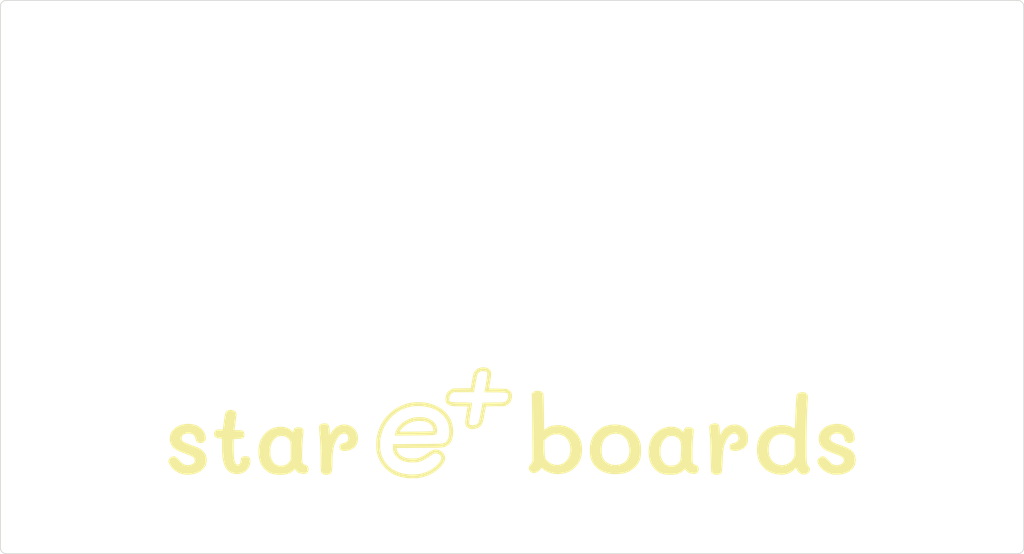
<source format=kicad_pcb>
(kicad_pcb (version 20171130) (host pcbnew 5.1.10-88a1d61d58~88~ubuntu18.04.1)

  (general
    (thickness 1.6)
    (drawings 8)
    (tracks 0)
    (zones 0)
    (modules 9)
    (nets 1)
  )

  (page A2)
  (layers
    (0 F.Cu signal)
    (31 B.Cu signal)
    (32 B.Adhes user)
    (33 F.Adhes user)
    (34 B.Paste user)
    (35 F.Paste user)
    (36 B.SilkS user)
    (37 F.SilkS user)
    (38 B.Mask user)
    (39 F.Mask user)
    (40 Dwgs.User user)
    (41 Cmts.User user)
    (42 Eco1.User user)
    (43 Eco2.User user)
    (44 Edge.Cuts user)
    (45 Margin user)
    (46 B.CrtYd user)
    (47 F.CrtYd user)
    (48 B.Fab user)
    (49 F.Fab user)
  )

  (setup
    (last_trace_width 0.25)
    (trace_clearance 0.2)
    (zone_clearance 0.25)
    (zone_45_only no)
    (trace_min 0.2)
    (via_size 0.8)
    (via_drill 0.4)
    (via_min_size 0.4)
    (via_min_drill 0.3)
    (uvia_size 0.3)
    (uvia_drill 0.1)
    (uvias_allowed no)
    (uvia_min_size 0.2)
    (uvia_min_drill 0.1)
    (edge_width 0.1)
    (segment_width 0.2)
    (pcb_text_width 0.3)
    (pcb_text_size 1.5 1.5)
    (mod_edge_width 0.15)
    (mod_text_size 1 1)
    (mod_text_width 0.15)
    (pad_size 1.5 1.5)
    (pad_drill 0.6)
    (pad_to_mask_clearance 0)
    (aux_axis_origin 0 0)
    (visible_elements FFFFFF7F)
    (pcbplotparams
      (layerselection 0x010fc_ffffffff)
      (usegerberextensions false)
      (usegerberattributes false)
      (usegerberadvancedattributes false)
      (creategerberjobfile false)
      (excludeedgelayer true)
      (linewidth 0.100000)
      (plotframeref false)
      (viasonmask false)
      (mode 1)
      (useauxorigin false)
      (hpglpennumber 1)
      (hpglpenspeed 20)
      (hpglpendiameter 15.000000)
      (psnegative false)
      (psa4output false)
      (plotreference true)
      (plotvalue true)
      (plotinvisibletext false)
      (padsonsilk false)
      (subtractmaskfromsilk false)
      (outputformat 1)
      (mirror false)
      (drillshape 0)
      (scaleselection 1)
      (outputdirectory "bottom/"))
  )

  (net 0 "")

  (net_class Default "This is the default net class."
    (clearance 0.2)
    (trace_width 0.25)
    (via_dia 0.8)
    (via_drill 0.4)
    (uvia_dia 0.3)
    (uvia_drill 0.1)
  )

  (module silkscreens:positron_bottom_logo (layer F.Cu) (tedit 0) (tstamp 60725029)
    (at 165.1 141.2875)
    (fp_text reference G*** (at 0 0) (layer F.SilkS) hide
      (effects (font (size 1.524 1.524) (thickness 0.3)))
    )
    (fp_text value LOGO (at 0.75 0) (layer F.SilkS) hide
      (effects (font (size 1.524 1.524) (thickness 0.3)))
    )
    (fp_poly (pts (xy -24.132488 -5.483231) (xy -23.454484 -5.43569) (xy -22.976924 -5.372467) (xy -22.041266 -5.160984)
      (xy -21.095092 -4.857492) (xy -20.182012 -4.480227) (xy -19.345636 -4.047424) (xy -18.629574 -3.577322)
      (xy -18.563739 -3.527002) (xy -17.727068 -2.774399) (xy -17.027192 -1.927517) (xy -16.469189 -0.998493)
      (xy -16.058135 0.000536) (xy -15.799109 1.057435) (xy -15.697188 2.160067) (xy -15.746761 3.206393)
      (xy -15.904074 4.073787) (xy -16.166495 4.810506) (xy -16.53725 5.421126) (xy -17.019566 5.910228)
      (xy -17.616669 6.28239) (xy -18.034 6.45236) (xy -18.142028 6.488193) (xy -18.249669 6.519262)
      (xy -18.369504 6.546008) (xy -18.514113 6.568873) (xy -18.69608 6.588298) (xy -18.927984 6.604725)
      (xy -19.222407 6.618594) (xy -19.591931 6.630349) (xy -20.049137 6.640429) (xy -20.606605 6.649277)
      (xy -21.276918 6.657334) (xy -22.072657 6.665042) (xy -23.006402 6.672842) (xy -24.090736 6.681175)
      (xy -24.680334 6.685583) (xy -30.776334 6.731) (xy -30.750448 7.027334) (xy -30.657768 7.418521)
      (xy -30.464043 7.846204) (xy -30.2037 8.24528) (xy -29.972519 8.49846) (xy -29.425177 8.89392)
      (xy -28.739684 9.221546) (xy -28.317384 9.366978) (xy -27.961734 9.440974) (xy -27.486273 9.492572)
      (xy -26.939122 9.521136) (xy -26.3684 9.52603) (xy -25.822227 9.506615) (xy -25.348721 9.462256)
      (xy -25.061334 9.410065) (xy -24.416063 9.189618) (xy -23.685666 8.826389) (xy -22.873357 8.322061)
      (xy -22.52608 8.081101) (xy -22.140682 7.819034) (xy -21.754045 7.578012) (xy -21.412336 7.38558)
      (xy -21.171413 7.272878) (xy -20.577824 7.134587) (xy -19.975293 7.149327) (xy -19.393741 7.305316)
      (xy -18.863088 7.590773) (xy -18.413253 7.993914) (xy -18.080544 8.49004) (xy -17.888952 9.04798)
      (xy -17.862975 9.622125) (xy -18.003081 10.213954) (xy -18.309738 10.824952) (xy -18.783415 11.456599)
      (xy -19.139318 11.837459) (xy -20.131415 12.716638) (xy -21.197203 13.445445) (xy -22.331408 14.021267)
      (xy -23.528758 14.44149) (xy -24.783979 14.703504) (xy -24.974446 14.728694) (xy -25.472036 14.771706)
      (xy -26.076486 14.796516) (xy -26.730954 14.803204) (xy -27.378598 14.79185) (xy -27.962576 14.762532)
      (xy -28.363334 14.723952) (xy -29.625662 14.483074) (xy -30.803169 14.102059) (xy -31.888435 13.587215)
      (xy -32.874039 12.944853) (xy -33.75256 12.181281) (xy -34.516576 11.30281) (xy -35.158667 10.315747)
      (xy -35.671411 9.226404) (xy -35.997741 8.233169) (xy -36.100764 7.722209) (xy -36.174737 7.090148)
      (xy -36.21843 6.382921) (xy -36.230612 5.64646) (xy -36.228986 5.589521) (xy -35.211122 5.589521)
      (xy -35.198096 6.356231) (xy -35.144012 7.093627) (xy -35.050624 7.749521) (xy -34.975543 8.085667)
      (xy -34.608693 9.149435) (xy -34.0991 10.126371) (xy -33.451512 11.00836) (xy -32.966197 11.519861)
      (xy -32.448583 11.98633) (xy -31.961952 12.355223) (xy -31.443212 12.669756) (xy -30.875674 12.951826)
      (xy -29.867349 13.334957) (xy -28.758455 13.606533) (xy -27.579226 13.762539) (xy -26.359894 13.798958)
      (xy -25.143779 13.713372) (xy -23.925685 13.485624) (xy -22.785723 13.107752) (xy -21.721583 12.578639)
      (xy -20.730957 11.897166) (xy -19.945345 11.19763) (xy -19.438864 10.638712) (xy -19.094091 10.127743)
      (xy -18.910767 9.663258) (xy -18.888638 9.243793) (xy -19.027447 8.867883) (xy -19.326936 8.534064)
      (xy -19.461254 8.432704) (xy -19.907426 8.213495) (xy -20.377891 8.143629) (xy -20.776907 8.209776)
      (xy -20.975497 8.301973) (xy -21.264494 8.469195) (xy -21.599127 8.684483) (xy -21.823945 8.840312)
      (xy -22.634074 9.391753) (xy -23.367171 9.823833) (xy -24.05498 10.146969) (xy -24.729243 10.371577)
      (xy -25.421705 10.508072) (xy -26.164107 10.566871) (xy -26.988193 10.55839) (xy -27.051 10.555486)
      (xy -27.998397 10.465632) (xy -28.818114 10.28885) (xy -29.532521 10.016694) (xy -30.163983 9.640722)
      (xy -30.714853 9.172367) (xy -31.226952 8.560721) (xy -31.578345 7.895842) (xy -31.76941 7.176696)
      (xy -31.800529 6.402251) (xy -31.788741 6.252393) (xy -31.734467 5.689119) (xy -25.244067 5.65218)
      (xy -23.998219 5.645039) (xy -22.909975 5.63821) (xy -21.967612 5.630901) (xy -21.159403 5.622317)
      (xy -20.473624 5.611666) (xy -19.89855 5.598154) (xy -19.422455 5.580989) (xy -19.033616 5.559376)
      (xy -18.720307 5.532523) (xy -18.470802 5.499637) (xy -18.273377 5.459924) (xy -18.116308 5.41259)
      (xy -17.987868 5.356844) (xy -17.876334 5.291891) (xy -17.769979 5.216939) (xy -17.66818 5.139652)
      (xy -17.398341 4.859392) (xy -17.147064 4.465361) (xy -16.94538 4.012662) (xy -16.849181 3.685292)
      (xy -16.793979 3.304114) (xy -16.765313 2.809533) (xy -16.762482 2.255274) (xy -16.784788 1.695063)
      (xy -16.831528 1.182626) (xy -16.886229 0.842289) (xy -17.162815 -0.081753) (xy -17.587161 -0.938267)
      (xy -18.148728 -1.719861) (xy -18.836981 -2.41914) (xy -19.641382 -3.028712) (xy -20.551394 -3.541182)
      (xy -21.556479 -3.949157) (xy -22.646101 -4.245242) (xy -23.809722 -4.422045) (xy -24.449553 -4.464735)
      (xy -25.742687 -4.456203) (xy -26.937327 -4.32357) (xy -28.056441 -4.060724) (xy -29.122997 -3.661551)
      (xy -30.15996 -3.119938) (xy -30.639468 -2.817215) (xy -31.677667 -2.02659) (xy -32.599603 -1.118382)
      (xy -33.397145 -0.10532) (xy -34.062163 0.999871) (xy -34.586528 2.184461) (xy -34.96211 3.435724)
      (xy -35.10698 4.176908) (xy -35.181335 4.845684) (xy -35.211122 5.589521) (xy -36.228986 5.589521)
      (xy -36.210052 4.926697) (xy -36.155517 4.269567) (xy -36.112235 3.961279) (xy -35.800115 2.597449)
      (xy -35.326653 1.278557) (xy -34.696588 0.016513) (xy -34.267066 -0.676042) (xy -33.973601 -1.068548)
      (xy -33.581066 -1.526348) (xy -33.12362 -2.015295) (xy -32.635423 -2.501241) (xy -32.150634 -2.95004)
      (xy -31.703413 -3.327546) (xy -31.369 -3.57304) (xy -30.164142 -4.28169) (xy -28.94449 -4.826268)
      (xy -27.697069 -5.212024) (xy -26.930248 -5.369368) (xy -26.329324 -5.44335) (xy -25.625597 -5.487018)
      (xy -24.874755 -5.500326) (xy -24.132488 -5.483231)) (layer F.SilkS) (width 0.01))
    (fp_poly (pts (xy -85.497802 0.334573) (xy -84.649973 0.522941) (xy -83.916689 0.812019) (xy -83.280199 1.202672)
      (xy -82.732129 1.69264) (xy -82.286943 2.257946) (xy -81.959102 2.874608) (xy -81.763069 3.518649)
      (xy -81.713304 4.16609) (xy -81.738134 4.424276) (xy -81.873544 4.803202) (xy -82.137408 5.101789)
      (xy -82.502746 5.306884) (xy -82.942577 5.405335) (xy -83.429921 5.383989) (xy -83.620753 5.342055)
      (xy -83.89696 5.238607) (xy -84.098784 5.079119) (xy -84.252734 4.829568) (xy -84.385319 4.455929)
      (xy -84.426772 4.307554) (xy -84.573285 3.843356) (xy -84.74033 3.509231) (xy -84.955482 3.266064)
      (xy -85.246313 3.07474) (xy -85.323425 3.035607) (xy -85.768573 2.887583) (xy -86.280175 2.826096)
      (xy -86.797514 2.850753) (xy -87.259869 2.961163) (xy -87.453167 3.049366) (xy -87.835696 3.316433)
      (xy -88.06852 3.614994) (xy -88.171256 3.974722) (xy -88.180334 4.149316) (xy -88.158472 4.401308)
      (xy -88.082911 4.624378) (xy -87.93869 4.828508) (xy -87.710846 5.023677) (xy -87.384416 5.219863)
      (xy -86.944438 5.427046) (xy -86.37595 5.655206) (xy -85.663991 5.914322) (xy -85.39105 6.009698)
      (xy -84.615489 6.290252) (xy -83.981347 6.547513) (xy -83.464466 6.79367) (xy -83.04069 7.040912)
      (xy -82.685863 7.301428) (xy -82.493033 7.471995) (xy -82.014156 8.03689) (xy -81.67818 8.680769)
      (xy -81.490592 9.383663) (xy -81.456883 10.125601) (xy -81.568795 10.834517) (xy -81.830876 11.526235)
      (xy -82.236522 12.142364) (xy -82.774296 12.675485) (xy -83.432759 13.118179) (xy -84.200471 13.463026)
      (xy -85.065993 13.702608) (xy -86.017887 13.829505) (xy -86.202739 13.840046) (xy -86.623836 13.847937)
      (xy -87.047308 13.837243) (xy -87.398973 13.810335) (xy -87.481304 13.799152) (xy -88.296271 13.601362)
      (xy -89.092353 13.279033) (xy -89.828397 12.853984) (xy -90.46325 12.348038) (xy -90.721534 12.08106)
      (xy -90.980951 11.74732) (xy -91.229426 11.359985) (xy -91.444788 10.961438) (xy -91.604865 10.594063)
      (xy -91.687486 10.300242) (xy -91.694 10.222118) (xy -91.616701 9.879579) (xy -91.405498 9.543899)
      (xy -91.091438 9.260225) (xy -90.988132 9.1956) (xy -90.616948 9.008858) (xy -90.300455 8.918991)
      (xy -90.011783 8.934745) (xy -89.724064 9.064866) (xy -89.410428 9.318099) (xy -89.044005 9.703192)
      (xy -88.892277 9.877798) (xy -88.440817 10.3763) (xy -88.042616 10.745851) (xy -87.670264 11.006384)
      (xy -87.29635 11.177831) (xy -86.98879 11.261956) (xy -86.513625 11.305148) (xy -86.021308 11.255385)
      (xy -85.552505 11.125812) (xy -85.147883 10.929572) (xy -84.848106 10.679807) (xy -84.749916 10.538351)
      (xy -84.651523 10.211843) (xy -84.653231 9.84415) (xy -84.750797 9.512991) (xy -84.811285 9.414016)
      (xy -84.998335 9.234911) (xy -85.311433 9.034889) (xy -85.759481 8.809606) (xy -86.351383 8.554719)
      (xy -87.096041 8.265887) (xy -87.377854 8.162005) (xy -88.117141 7.884549) (xy -88.717954 7.639505)
      (xy -89.205078 7.414344) (xy -89.603301 7.196535) (xy -89.937408 6.973548) (xy -90.232184 6.732853)
      (xy -90.266824 6.701515) (xy -90.742634 6.178088) (xy -91.069886 5.601183) (xy -91.268492 4.934418)
      (xy -91.285864 4.839452) (xy -91.339327 4.05944) (xy -91.228648 3.316544) (xy -90.956584 2.619277)
      (xy -90.525893 1.976149) (xy -90.265984 1.691531) (xy -89.647862 1.188482) (xy -88.922143 0.791069)
      (xy -88.116554 0.503131) (xy -87.258817 0.328508) (xy -86.376659 0.271042) (xy -85.497802 0.334573)) (layer F.SilkS) (width 0.01))
    (fp_poly (pts (xy -60.957699 1.083159) (xy -60.19176 1.25675) (xy -59.4977 1.553969) (xy -58.897216 1.973205)
      (xy -58.796198 2.065846) (xy -58.588584 2.262655) (xy -58.436638 2.402689) (xy -58.373668 2.455334)
      (xy -58.353767 2.380471) (xy -58.322905 2.192528) (xy -58.310426 2.103406) (xy -58.181529 1.719831)
      (xy -58.001897 1.490153) (xy -57.853005 1.355494) (xy -57.705431 1.274085) (xy -57.507662 1.229614)
      (xy -57.208189 1.205771) (xy -57.085452 1.199965) (xy -56.734273 1.191215) (xy -56.497046 1.20907)
      (xy -56.319223 1.263335) (xy -56.146258 1.363816) (xy -56.136178 1.370623) (xy -55.936856 1.514985)
      (xy -55.794074 1.655514) (xy -55.702262 1.820262) (xy -55.655851 2.037285) (xy -55.649272 2.334636)
      (xy -55.676956 2.740368) (xy -55.733332 3.282536) (xy -55.741714 3.35767) (xy -55.809797 4.051457)
      (xy -55.869836 4.829681) (xy -55.920644 5.659602) (xy -55.96103 6.508479) (xy -55.989808 7.34357)
      (xy -56.005789 8.132136) (xy -56.007784 8.841435) (xy -55.994605 9.438727) (xy -55.974918 9.782747)
      (xy -55.929745 10.266205) (xy -55.872771 10.61079) (xy -55.786837 10.846875) (xy -55.654785 11.004836)
      (xy -55.459457 11.115046) (xy -55.183695 11.207881) (xy -55.167152 11.212709) (xy -54.760131 11.378349)
      (xy -54.493454 11.610827) (xy -54.342999 11.936663) (xy -54.301092 12.164918) (xy -54.2929 12.535903)
      (xy -54.381209 12.876139) (xy -54.423108 12.976357) (xy -54.597134 13.283161) (xy -54.817499 13.483082)
      (xy -55.116084 13.590561) (xy -55.524768 13.620036) (xy -55.816865 13.607629) (xy -56.501579 13.499555)
      (xy -57.062881 13.277013) (xy -57.503165 12.938881) (xy -57.670584 12.737471) (xy -57.9396 12.362873)
      (xy -58.376513 12.776087) (xy -58.886539 13.18726) (xy -59.448804 13.495306) (xy -60.087413 13.707784)
      (xy -60.826467 13.832254) (xy -61.69007 13.876274) (xy -61.883711 13.876057) (xy -62.331842 13.866494)
      (xy -62.755007 13.84741) (xy -63.104405 13.82161) (xy -63.324852 13.793185) (xy -64.248386 13.534542)
      (xy -65.069069 13.144232) (xy -65.783561 12.627596) (xy -66.38852 11.989976) (xy -66.880607 11.236713)
      (xy -67.25648 10.373149) (xy -67.512799 9.404625) (xy -67.646223 8.336484) (xy -67.65228 7.35697)
      (xy -64.507117 7.35697) (xy -64.494695 7.870637) (xy -64.454063 8.521471) (xy -64.379054 9.048666)
      (xy -64.257335 9.496475) (xy -64.076574 9.909153) (xy -63.824439 10.330951) (xy -63.798005 10.370605)
      (xy -63.555848 10.6935) (xy -63.306305 10.923406) (xy -62.977965 11.124097) (xy -62.921103 11.153772)
      (xy -62.622455 11.297172) (xy -62.374091 11.380411) (xy -62.105816 11.419257) (xy -61.747431 11.429477)
      (xy -61.693436 11.429528) (xy -61.32116 11.418502) (xy -60.973315 11.389812) (xy -60.71727 11.349304)
      (xy -60.690988 11.342581) (xy -60.155321 11.109329) (xy -59.693514 10.740839) (xy -59.341945 10.267008)
      (xy -59.310905 10.208446) (xy -59.055 9.706559) (xy -59.055 7.45678) (xy -59.055518 6.779222)
      (xy -59.058181 6.248514) (xy -59.064655 5.842173) (xy -59.076607 5.537717) (xy -59.095702 5.312663)
      (xy -59.123608 5.144528) (xy -59.161989 5.010829) (xy -59.212513 4.889084) (xy -59.251252 4.808554)
      (xy -59.580827 4.324663) (xy -60.043713 3.921034) (xy -60.447699 3.692653) (xy -60.883646 3.561236)
      (xy -61.401034 3.510128) (xy -61.932622 3.538604) (xy -62.411167 3.645934) (xy -62.583108 3.715771)
      (xy -63.102329 4.056239) (xy -63.566822 4.53932) (xy -63.960833 5.142841) (xy -64.268611 5.844629)
      (xy -64.396353 6.268087) (xy -64.461491 6.583573) (xy -64.497467 6.931122) (xy -64.507117 7.35697)
      (xy -67.65228 7.35697) (xy -67.653412 7.174065) (xy -67.637139 6.897905) (xy -67.488218 5.852361)
      (xy -67.198368 4.876845) (xy -66.775417 3.983675) (xy -66.227192 3.185166) (xy -65.561522 2.493633)
      (xy -64.786234 1.921395) (xy -64.306305 1.657244) (xy -63.46982 1.320238) (xy -62.618426 1.113294)
      (xy -61.77382 1.034804) (xy -60.957699 1.083159)) (layer F.SilkS) (width 0.01))
    (fp_poly (pts (xy -49.659927 0.160321) (xy -49.328548 0.249846) (xy -49.081103 0.4231) (xy -48.903954 0.698353)
      (xy -48.783461 1.093879) (xy -48.705987 1.627948) (xy -48.673871 2.032) (xy -48.647733 2.442349)
      (xy -48.62529 2.792764) (xy -48.608823 3.047783) (xy -48.60061 3.171941) (xy -48.60039 3.175)
      (xy -48.561524 3.150398) (xy -48.465133 3.005981) (xy -48.331477 2.772344) (xy -48.321244 2.75343)
      (xy -48.00202 2.257192) (xy -47.595901 1.76846) (xy -47.144371 1.3295) (xy -46.688918 0.98258)
      (xy -46.447112 0.844015) (xy -45.711869 0.569522) (xy -44.957721 0.450671) (xy -44.207857 0.483902)
      (xy -43.485464 0.665653) (xy -42.81373 0.992365) (xy -42.215844 1.460475) (xy -42.175892 1.499914)
      (xy -41.69129 2.082357) (xy -41.356428 2.718765) (xy -41.153898 3.443271) (xy -41.138133 3.534834)
      (xy -41.086165 4.308548) (xy -41.182096 5.034138) (xy -41.417957 5.695101) (xy -41.785782 6.274933)
      (xy -42.277601 6.757133) (xy -42.867701 7.116957) (xy -43.420626 7.321829) (xy -44.025154 7.455877)
      (xy -44.622298 7.510663) (xy -45.153073 7.477749) (xy -45.253448 7.458266) (xy -45.645389 7.327781)
      (xy -45.895345 7.128669) (xy -46.025532 6.83367) (xy -46.058667 6.470303) (xy -46.023037 6.097805)
      (xy -45.900361 5.828881) (xy -45.66696 5.638632) (xy -45.299154 5.502157) (xy -45.091587 5.453344)
      (xy -44.749299 5.365348) (xy -44.434378 5.256954) (xy -44.233628 5.161758) (xy -43.941119 4.889342)
      (xy -43.760633 4.529561) (xy -43.693707 4.123372) (xy -43.741878 3.711733) (xy -43.906685 3.3356)
      (xy -44.154825 3.062216) (xy -44.456127 2.92098) (xy -44.839027 2.877639) (xy -45.24646 2.932895)
      (xy -45.544967 3.045092) (xy -45.931967 3.321472) (xy -46.320811 3.750341) (xy -46.698428 4.315516)
      (xy -46.949125 4.783667) (xy -47.228636 5.41622) (xy -47.454784 6.07605) (xy -47.631474 6.786437)
      (xy -47.762609 7.570661) (xy -47.852094 8.452002) (xy -47.903832 9.45374) (xy -47.921696 10.583334)
      (xy -47.932313 11.418563) (xy -47.964725 12.100449) (xy -48.025765 12.644318) (xy -48.122267 13.065497)
      (xy -48.261065 13.379314) (xy -48.448992 13.601096) (xy -48.692881 13.746169) (xy -48.999566 13.829862)
      (xy -49.37588 13.867501) (xy -49.386129 13.867979) (xy -49.750301 13.873146) (xy -50.016285 13.840976)
      (xy -50.253281 13.759738) (xy -50.376667 13.700074) (xy -50.555869 13.603593) (xy -50.700294 13.505134)
      (xy -50.813703 13.386247) (xy -50.899856 13.228479) (xy -50.962514 13.013378) (xy -51.005438 12.722493)
      (xy -51.032389 12.337371) (xy -51.047127 11.83956) (xy -51.053413 11.210609) (xy -51.055008 10.432066)
      (xy -51.055041 10.371667) (xy -51.07845 8.162189) (xy -51.1464 6.113468) (xy -51.258998 4.222864)
      (xy -51.353245 3.108251) (xy -51.414607 2.445742) (xy -51.457074 1.92933) (xy -51.480446 1.536813)
      (xy -51.484524 1.245991) (xy -51.469109 1.034662) (xy -51.434 0.880625) (xy -51.379 0.761678)
      (xy -51.331539 0.691389) (xy -51.00972 0.378637) (xy -50.599483 0.196336) (xy -50.088878 0.136252)
      (xy -49.659927 0.160321)) (layer F.SilkS) (width 0.01))
    (fp_poly (pts (xy 43.390829 1.11213) (xy 43.975109 1.266827) (xy 44.361428 1.429236) (xy 44.757121 1.644645)
      (xy 45.115871 1.88329) (xy 45.391358 2.115408) (xy 45.504367 2.249496) (xy 45.64463 2.395675)
      (xy 45.75096 2.379907) (xy 45.802672 2.209059) (xy 45.804666 2.149799) (xy 45.880064 1.805622)
      (xy 46.079452 1.503144) (xy 46.357903 1.305664) (xy 46.695579 1.219594) (xy 47.110353 1.189652)
      (xy 47.523705 1.216101) (xy 47.857113 1.299203) (xy 47.860552 1.300648) (xy 48.072007 1.401552)
      (xy 48.234119 1.516962) (xy 48.350139 1.667123) (xy 48.423318 1.872282) (xy 48.456909 2.152686)
      (xy 48.454162 2.528582) (xy 48.418329 3.020215) (xy 48.352663 3.647833) (xy 48.304335 4.064)
      (xy 48.248333 4.586322) (xy 48.205417 5.110391) (xy 48.174161 5.669181) (xy 48.153139 6.295665)
      (xy 48.140928 7.022816) (xy 48.136102 7.883608) (xy 48.135992 7.958667) (xy 48.136659 8.747797)
      (xy 48.142416 9.385033) (xy 48.155774 9.887792) (xy 48.17924 10.273492) (xy 48.215324 10.559552)
      (xy 48.266532 10.763391) (xy 48.335374 10.902427) (xy 48.424359 10.994078) (xy 48.535994 11.055763)
      (xy 48.584763 11.074928) (xy 48.817212 11.158747) (xy 49.095814 11.257327) (xy 49.139905 11.27275)
      (xy 49.480255 11.449951) (xy 49.694715 11.712078) (xy 49.797771 12.082264) (xy 49.812222 12.346433)
      (xy 49.75371 12.829645) (xy 49.585132 13.21445) (xy 49.316928 13.48079) (xy 49.186606 13.548625)
      (xy 48.94164 13.600173) (xy 48.585497 13.614413) (xy 48.171563 13.593954) (xy 47.75322 13.541407)
      (xy 47.38842 13.460715) (xy 47.138195 13.339205) (xy 46.841699 13.126707) (xy 46.552745 12.868825)
      (xy 46.325143 12.611163) (xy 46.251444 12.497183) (xy 46.191654 12.414647) (xy 46.11838 12.4192)
      (xy 45.995835 12.52656) (xy 45.865911 12.666516) (xy 45.349587 13.123533) (xy 44.726186 13.470545)
      (xy 43.988119 13.710099) (xy 43.127796 13.844745) (xy 42.256289 13.878431) (xy 41.778499 13.865324)
      (xy 41.296797 13.835049) (xy 40.871744 13.792323) (xy 40.597666 13.749216) (xy 39.725677 13.486314)
      (xy 38.93667 13.078629) (xy 38.240718 12.534215) (xy 37.647893 11.861121) (xy 37.16827 11.067401)
      (xy 37.121823 10.970878) (xy 36.845453 10.316693) (xy 36.650912 9.686367) (xy 36.527837 9.029258)
      (xy 36.46586 8.294727) (xy 36.453275 7.704667) (xy 36.457709 7.625093) (xy 39.587705 7.625093)
      (xy 39.599625 8.18614) (xy 39.644899 8.685491) (xy 39.698627 8.974667) (xy 39.9203 9.639546)
      (xy 40.226853 10.229468) (xy 40.60029 10.720104) (xy 41.02262 11.087129) (xy 41.406535 11.283717)
      (xy 41.842642 11.383723) (xy 42.367211 11.4239) (xy 42.910562 11.404956) (xy 43.403013 11.327598)
      (xy 43.624775 11.261212) (xy 43.977145 11.085421) (xy 44.299768 10.85147) (xy 44.380622 10.774378)
      (xy 44.575422 10.561405) (xy 44.724228 10.363657) (xy 44.834673 10.152959) (xy 44.914394 9.901135)
      (xy 44.971024 9.580009) (xy 45.012198 9.161407) (xy 45.04555 8.617152) (xy 45.063281 8.255)
      (xy 45.096531 7.404166) (xy 45.108085 6.701304) (xy 45.096571 6.126277) (xy 45.060615 5.658949)
      (xy 44.998845 5.279183) (xy 44.909888 4.966842) (xy 44.825429 4.766619) (xy 44.535771 4.343486)
      (xy 44.11745 3.967406) (xy 43.610696 3.673252) (xy 43.518666 3.633909) (xy 43.158646 3.545353)
      (xy 42.706658 3.515112) (xy 42.228847 3.540887) (xy 41.791359 3.620382) (xy 41.554708 3.702115)
      (xy 41.044281 4.020583) (xy 40.582915 4.486022) (xy 40.184463 5.079774) (xy 39.862774 5.783178)
      (xy 39.743101 6.14276) (xy 39.66034 6.546305) (xy 39.608242 7.059449) (xy 39.587705 7.625093)
      (xy 36.457709 7.625093) (xy 36.518002 6.543284) (xy 36.717355 5.483948) (xy 37.051855 4.525318)
      (xy 37.52202 3.666051) (xy 38.12837 2.904805) (xy 38.426418 2.611562) (xy 39.148865 2.048465)
      (xy 39.948021 1.602228) (xy 40.797841 1.279164) (xy 41.672279 1.085584) (xy 42.54529 1.027803)
      (xy 43.390829 1.11213)) (layer F.SilkS) (width 0.01))
    (fp_poly (pts (xy 54.475549 0.160196) (xy 54.798818 0.247807) (xy 55.041332 0.417492) (xy 55.21495 0.686816)
      (xy 55.331533 1.073343) (xy 55.402938 1.594639) (xy 55.437802 2.178305) (xy 55.480972 3.309661)
      (xy 55.813903 2.706747) (xy 56.18513 2.143654) (xy 56.643989 1.617657) (xy 57.148194 1.171509)
      (xy 57.649588 0.850913) (xy 58.367662 0.576139) (xy 59.104746 0.454889) (xy 59.838761 0.47986)
      (xy 60.547627 0.64375) (xy 61.209265 0.939258) (xy 61.801595 1.359081) (xy 62.302537 1.895918)
      (xy 62.676371 2.513326) (xy 62.790792 2.763343) (xy 62.867828 2.970352) (xy 62.914855 3.178487)
      (xy 62.939249 3.431885) (xy 62.948386 3.77468) (xy 62.949666 4.148667) (xy 62.945671 4.616978)
      (xy 62.930268 4.956576) (xy 62.89833 5.207968) (xy 62.844731 5.411657) (xy 62.765154 5.606392)
      (xy 62.461286 6.101258) (xy 62.039171 6.565184) (xy 61.548829 6.948223) (xy 61.258523 7.110955)
      (xy 60.760362 7.303103) (xy 60.222284 7.433632) (xy 59.681771 7.500452) (xy 59.176308 7.501471)
      (xy 58.743377 7.4346) (xy 58.420462 7.297749) (xy 58.384074 7.271247) (xy 58.17999 7.022447)
      (xy 58.065533 6.699303) (xy 58.040187 6.348943) (xy 58.103435 6.018493) (xy 58.25476 5.755082)
      (xy 58.401944 5.641195) (xy 58.620238 5.555015) (xy 58.918108 5.467222) (xy 59.080397 5.42895)
      (xy 59.580599 5.287146) (xy 59.944941 5.096309) (xy 60.180963 4.870762) (xy 60.361121 4.514021)
      (xy 60.415871 4.097972) (xy 60.34953 3.672145) (xy 60.166416 3.286068) (xy 60.028313 3.119288)
      (xy 59.842311 2.966014) (xy 59.640308 2.895167) (xy 59.363357 2.878667) (xy 58.985457 2.901843)
      (xy 58.683139 2.98861) (xy 58.394714 3.164826) (xy 58.118513 3.400456) (xy 57.692898 3.882258)
      (xy 57.297985 4.50413) (xy 56.947335 5.237682) (xy 56.654508 6.05452) (xy 56.433066 6.926253)
      (xy 56.432004 6.931474) (xy 56.373373 7.31302) (xy 56.31808 7.863848) (xy 56.266128 8.583936)
      (xy 56.217517 9.473264) (xy 56.182266 10.275807) (xy 56.148291 11.084724) (xy 56.115759 11.742289)
      (xy 56.081476 12.266417) (xy 56.042248 12.675025) (xy 55.994879 12.986031) (xy 55.936176 13.21735)
      (xy 55.862943 13.3869) (xy 55.771985 13.512598) (xy 55.660108 13.612359) (xy 55.577006 13.670245)
      (xy 55.34085 13.764106) (xy 54.997237 13.829766) (xy 54.606413 13.862464) (xy 54.228624 13.857437)
      (xy 53.924117 13.809922) (xy 53.900434 13.802784) (xy 53.570196 13.626113) (xy 53.283916 13.34951)
      (xy 53.144915 13.123334) (xy 53.119706 12.980837) (xy 53.095404 12.673788) (xy 53.072179 12.206966)
      (xy 53.050199 11.585148) (xy 53.029636 10.813116) (xy 53.010656 9.895647) (xy 52.993577 8.847667)
      (xy 52.976274 7.76437) (xy 52.957506 6.828288) (xy 52.936374 6.017307) (xy 52.911979 5.30931)
      (xy 52.883421 4.682181) (xy 52.849801 4.113802) (xy 52.81022 3.58206) (xy 52.763778 3.064836)
      (xy 52.75465 2.971864) (xy 52.703675 2.426407) (xy 52.663358 1.929872) (xy 52.635447 1.509831)
      (xy 52.621693 1.193856) (xy 52.623846 1.009519) (xy 52.628369 0.982197) (xy 52.81615 0.640429)
      (xy 53.134825 0.374852) (xy 53.55693 0.201681) (xy 54.055004 0.137131) (xy 54.059666 0.137094)
      (xy 54.475549 0.160196)) (layer F.SilkS) (width 0.01))
    (fp_poly (pts (xy 77.780577 -8.16016) (xy 78.025557 -8.118542) (xy 78.235801 -8.028828) (xy 78.39305 -7.931888)
      (xy 78.639194 -7.744303) (xy 78.806301 -7.541911) (xy 78.904384 -7.291439) (xy 78.94346 -6.959614)
      (xy 78.933544 -6.513164) (xy 78.911168 -6.21063) (xy 78.865711 -5.587708) (xy 78.821354 -4.817031)
      (xy 78.778585 -3.920176) (xy 78.737892 -2.918721) (xy 78.699759 -1.834242) (xy 78.664676 -0.688317)
      (xy 78.633128 0.497476) (xy 78.605602 1.701561) (xy 78.582586 2.902361) (xy 78.564566 4.078297)
      (xy 78.552029 5.207793) (xy 78.545463 6.269272) (xy 78.545353 7.241156) (xy 78.552187 8.101869)
      (xy 78.566452 8.829832) (xy 78.56945 8.932334) (xy 78.593854 9.595532) (xy 78.625839 10.117993)
      (xy 78.672317 10.528311) (xy 78.7402 10.855082) (xy 78.8364 11.1269) (xy 78.967828 11.37236)
      (xy 79.141397 11.620056) (xy 79.253694 11.763085) (xy 79.418017 11.990287) (xy 79.488095 12.178259)
      (xy 79.489376 12.407555) (xy 79.481527 12.484346) (xy 79.354286 12.924914) (xy 79.099243 13.291055)
      (xy 78.746293 13.570027) (xy 78.325332 13.749087) (xy 77.866256 13.815493) (xy 77.398961 13.756503)
      (xy 76.955745 13.5609) (xy 76.487978 13.192713) (xy 76.145713 12.746612) (xy 75.992861 12.443424)
      (xy 75.895777 12.220761) (xy 75.832271 12.075604) (xy 75.819582 12.046943) (xy 75.759309 12.09323)
      (xy 75.604583 12.232379) (xy 75.38268 12.43954) (xy 75.245836 12.569681) (xy 74.575291 13.112188)
      (xy 73.848425 13.505874) (xy 73.054685 13.753782) (xy 72.183517 13.858956) (xy 71.224367 13.824442)
      (xy 70.990632 13.79712) (xy 69.991819 13.602194) (xy 69.053829 13.27875) (xy 68.664666 13.101244)
      (xy 68.302125 12.910668) (xy 67.988387 12.708058) (xy 67.676473 12.458167) (xy 67.319407 12.125748)
      (xy 67.176031 11.984335) (xy 66.590989 11.334316) (xy 66.134718 10.66627) (xy 65.792769 9.948056)
      (xy 65.550689 9.147532) (xy 65.394027 8.232554) (xy 65.363679 7.953311) (xy 65.339285 7.360427)
      (xy 68.487503 7.360427) (xy 68.516299 7.932369) (xy 68.582375 8.421945) (xy 68.617289 8.573923)
      (xy 68.901491 9.347661) (xy 69.305176 10.002773) (xy 69.822272 10.534254) (xy 70.446707 10.937096)
      (xy 71.172407 11.206296) (xy 71.966666 11.334945) (xy 72.114944 11.326905) (xy 72.368376 11.296408)
      (xy 72.601666 11.261265) (xy 73.31032 11.06306) (xy 73.960259 10.720194) (xy 74.525136 10.25247)
      (xy 74.978599 9.679694) (xy 75.168755 9.331796) (xy 75.23769 9.180881) (xy 75.291311 9.042466)
      (xy 75.331856 8.89302) (xy 75.361563 8.709014) (xy 75.382672 8.46692) (xy 75.397421 8.143206)
      (xy 75.408049 7.714345) (xy 75.416795 7.156806) (xy 75.423253 6.656988) (xy 75.45084 4.46631)
      (xy 75.177311 4.184099) (xy 74.882181 3.944689) (xy 74.470398 3.697396) (xy 73.991501 3.466785)
      (xy 73.495034 3.277423) (xy 73.152 3.179824) (xy 72.316215 3.057054) (xy 71.52977 3.086358)
      (xy 70.805326 3.260552) (xy 70.155543 3.572447) (xy 69.593083 4.014859) (xy 69.130608 4.580599)
      (xy 68.780777 5.262483) (xy 68.623478 5.750185) (xy 68.541224 6.209357) (xy 68.495855 6.766097)
      (xy 68.487503 7.360427) (xy 65.339285 7.360427) (xy 65.330686 7.151453) (xy 65.373563 6.300774)
      (xy 65.4863 5.481786) (xy 65.579727 5.059184) (xy 65.900948 4.140981) (xy 66.359959 3.311918)
      (xy 66.946343 2.579228) (xy 67.649683 1.950144) (xy 68.459565 1.431896) (xy 69.365573 1.031716)
      (xy 70.35729 0.756838) (xy 71.424302 0.614491) (xy 72.009 0.595249) (xy 72.829262 0.627344)
      (xy 73.536712 0.72924) (xy 74.176746 0.910386) (xy 74.777174 1.171291) (xy 75.428683 1.501047)
      (xy 75.471587 1.068024) (xy 75.485206 0.875965) (xy 75.50323 0.539448) (xy 75.524572 0.08326)
      (xy 75.548147 -0.467813) (xy 75.572869 -1.088984) (xy 75.597651 -1.755468) (xy 75.607435 -2.032)
      (xy 75.647997 -3.152356) (xy 75.686445 -4.11526) (xy 75.723697 -4.932563) (xy 75.760669 -5.61612)
      (xy 75.798278 -6.177783) (xy 75.837442 -6.629405) (xy 75.879077 -6.98284) (xy 75.924101 -7.24994)
      (xy 75.97343 -7.442559) (xy 76.027982 -7.57255) (xy 76.037316 -7.588426) (xy 76.307053 -7.885088)
      (xy 76.689223 -8.074927) (xy 77.195288 -8.162719) (xy 77.433884 -8.170333) (xy 77.780577 -8.16016)) (layer F.SilkS) (width 0.01))
    (fp_poly (pts (xy 87.435521 0.306886) (xy 88.254589 0.459013) (xy 89.020012 0.721943) (xy 89.712859 1.091025)
      (xy 90.314203 1.561609) (xy 90.805115 2.129044) (xy 91.103113 2.644244) (xy 91.289804 3.153386)
      (xy 91.404294 3.70011) (xy 91.435908 4.218831) (xy 91.406881 4.510323) (xy 91.258756 4.878421)
      (xy 90.980528 5.155131) (xy 90.59032 5.330936) (xy 90.106255 5.396318) (xy 89.758126 5.376139)
      (xy 89.35523 5.280435) (xy 89.067949 5.094226) (xy 88.872256 4.793185) (xy 88.744125 4.352984)
      (xy 88.743248 4.348532) (xy 88.576036 3.800598) (xy 88.310309 3.382407) (xy 87.937668 3.087777)
      (xy 87.449712 2.910528) (xy 86.838042 2.844479) (xy 86.698666 2.844087) (xy 86.264759 2.86888)
      (xy 85.935738 2.938665) (xy 85.710963 3.03267) (xy 85.331139 3.301237) (xy 85.077011 3.638685)
      (xy 84.961468 4.016894) (xy 84.997401 4.407747) (xy 85.033882 4.509735) (xy 85.144026 4.712911)
      (xy 85.306929 4.900462) (xy 85.539612 5.081596) (xy 85.859096 5.26552) (xy 86.282402 5.461441)
      (xy 86.826552 5.678566) (xy 87.508567 5.926102) (xy 87.909182 6.06504) (xy 88.751902 6.374291)
      (xy 89.447885 6.67771) (xy 90.018647 6.988566) (xy 90.485702 7.320127) (xy 90.870568 7.685664)
      (xy 91.186302 8.086106) (xy 91.471147 8.6396) (xy 91.63958 9.277047) (xy 91.69103 9.958893)
      (xy 91.624926 10.645581) (xy 91.440696 11.297556) (xy 91.238719 11.716248) (xy 90.852552 12.228748)
      (xy 90.330485 12.702552) (xy 89.70515 13.11543) (xy 89.009177 13.445149) (xy 88.423772 13.634034)
      (xy 87.922963 13.734141) (xy 87.345386 13.805511) (xy 86.750327 13.844362) (xy 86.197072 13.846912)
      (xy 85.744905 13.809378) (xy 85.725 13.806215) (xy 84.801239 13.580939) (xy 83.94872 13.225606)
      (xy 83.185041 12.752366) (xy 82.527801 12.173369) (xy 81.994597 11.500767) (xy 81.740435 11.05511)
      (xy 81.574939 10.697182) (xy 81.487055 10.437486) (xy 81.463963 10.231089) (xy 81.474445 10.12272)
      (xy 81.620438 9.72704) (xy 81.90644 9.379521) (xy 82.304443 9.107244) (xy 82.671271 8.965444)
      (xy 82.941561 8.918058) (xy 83.188234 8.946157) (xy 83.436954 9.064369) (xy 83.713383 9.287323)
      (xy 84.043183 9.629646) (xy 84.248355 9.864437) (xy 84.713363 10.376569) (xy 85.125115 10.756481)
      (xy 85.508088 11.022392) (xy 85.886759 11.19252) (xy 86.116722 11.255057) (xy 86.643663 11.312412)
      (xy 87.149553 11.266368) (xy 87.610808 11.130496) (xy 88.003847 10.918372) (xy 88.305088 10.643568)
      (xy 88.490949 10.319659) (xy 88.537847 9.960218) (xy 88.525506 9.868574) (xy 88.454722 9.634269)
      (xy 88.324865 9.421216) (xy 88.11996 9.219435) (xy 87.824031 9.018947) (xy 87.421103 8.809774)
      (xy 86.8952 8.581937) (xy 86.230346 8.325456) (xy 85.809666 8.172158) (xy 85.058974 7.894401)
      (xy 84.447435 7.647559) (xy 83.950599 7.41887) (xy 83.544017 7.195573) (xy 83.203237 6.964908)
      (xy 82.903809 6.714114) (xy 82.771006 6.586256) (xy 82.419796 6.199319) (xy 82.183032 5.846626)
      (xy 82.061268 5.578388) (xy 81.858802 4.812125) (xy 81.818343 4.054895) (xy 81.932764 3.323891)
      (xy 82.194934 2.636306) (xy 82.597725 2.009333) (xy 83.134009 1.460164) (xy 83.796656 1.005993)
      (xy 84.001355 0.899417) (xy 84.845723 0.561827) (xy 85.712159 0.353643) (xy 86.581734 0.270212)
      (xy 87.435521 0.306886)) (layer F.SilkS) (width 0.01))
    (fp_poly (pts (xy -74.50875 -3.377871) (xy -74.080642 -3.198318) (xy -73.928832 -3.089821) (xy -73.780601 -2.957403)
      (xy -73.669365 -2.826649) (xy -73.593492 -2.675061) (xy -73.551354 -2.480138) (xy -73.541318 -2.219381)
      (xy -73.561755 -1.870291) (xy -73.611034 -1.410369) (xy -73.687525 -0.817115) (xy -73.73745 -0.448919)
      (xy -73.814519 0.117053) (xy -73.885053 0.638186) (xy -73.94539 1.087156) (xy -73.991864 1.436643)
      (xy -74.020812 1.659323) (xy -74.027561 1.7145) (xy -74.054007 1.947334) (xy -73.200837 1.952112)
      (xy -72.643526 1.971108) (xy -72.226107 2.025825) (xy -71.921539 2.123552) (xy -71.702784 2.271579)
      (xy -71.605454 2.382161) (xy -71.452108 2.710035) (xy -71.393285 3.110004) (xy -71.435858 3.509282)
      (xy -71.485015 3.657802) (xy -71.60024 3.885164) (xy -71.745601 4.050226) (xy -71.94921 4.163861)
      (xy -72.239181 4.23694) (xy -72.643625 4.280333) (xy -73.15563 4.303842) (xy -74.233284 4.337419)
      (xy -74.289801 5.449543) (xy -74.304905 5.960536) (xy -74.305026 6.558321) (xy -74.291842 7.206964)
      (xy -74.26703 7.870533) (xy -74.232267 8.513097) (xy -74.18923 9.098723) (xy -74.139597 9.591477)
      (xy -74.085044 9.955429) (xy -74.077837 9.990667) (xy -73.932886 10.506652) (xy -73.746869 10.867986)
      (xy -73.5106 11.086326) (xy -73.214889 11.173326) (xy -73.143387 11.176) (xy -72.844542 11.114336)
      (xy -72.629134 10.922595) (xy -72.489282 10.590656) (xy -72.431208 10.261467) (xy -72.356424 9.754653)
      (xy -72.251242 9.392342) (xy -72.095215 9.149997) (xy -71.867895 9.00308) (xy -71.548834 8.927054)
      (xy -71.300862 8.905032) (xy -70.75441 8.926192) (xy -70.3321 9.060099) (xy -70.032039 9.30913)
      (xy -69.85233 9.675662) (xy -69.791079 10.162071) (xy -69.840757 10.736562) (xy -70.039685 11.48365)
      (xy -70.372039 12.138667) (xy -70.823193 12.69173) (xy -71.378525 13.132958) (xy -72.023409 13.45247)
      (xy -72.743222 13.640383) (xy -73.52334 13.686817) (xy -74.117683 13.626508) (xy -74.686296 13.464236)
      (xy -75.255087 13.18459) (xy -75.75808 12.823678) (xy -75.978981 12.607852) (xy -76.339219 12.135832)
      (xy -76.641483 11.57958) (xy -76.888382 10.927168) (xy -77.082529 10.166668) (xy -77.226535 9.286153)
      (xy -77.323009 8.273696) (xy -77.374563 7.117368) (xy -77.385334 6.183069) (xy -77.385334 4.246811)
      (xy -77.956834 4.192909) (xy -78.468693 4.12328) (xy -78.844066 4.017384) (xy -79.114135 3.862626)
      (xy -79.310083 3.646411) (xy -79.310154 3.646306) (xy -79.467516 3.286152) (xy -79.507416 2.886317)
      (xy -79.43745 2.494498) (xy -79.265212 2.158392) (xy -79.040018 1.949611) (xy -78.86908 1.863928)
      (xy -78.665224 1.811567) (xy -78.383452 1.785326) (xy -77.978764 1.778003) (xy -77.967772 1.778)
      (xy -77.173197 1.778) (xy -76.97613 0.275167) (xy -76.863316 -0.562474) (xy -76.762591 -1.248673)
      (xy -76.66899 -1.800458) (xy -76.577545 -2.234859) (xy -76.483291 -2.568905) (xy -76.381262 -2.819627)
      (xy -76.266492 -3.004053) (xy -76.134015 -3.139213) (xy -75.978864 -3.242137) (xy -75.945193 -3.260084)
      (xy -75.494135 -3.413238) (xy -74.997617 -3.451006) (xy -74.50875 -3.377871)) (layer F.SilkS) (width 0.01))
    (fp_poly (pts (xy 7.116036 -8.534648) (xy 7.566072 -8.45651) (xy 7.914618 -8.278833) (xy 8.213336 -7.974315)
      (xy 8.238118 -7.941664) (xy 8.284212 -7.868427) (xy 8.321847 -7.772335) (xy 8.352556 -7.634555)
      (xy 8.377875 -7.436251) (xy 8.399339 -7.15859) (xy 8.418481 -6.782735) (xy 8.436837 -6.289854)
      (xy 8.455941 -5.66111) (xy 8.472242 -5.068229) (xy 8.49159 -4.272271) (xy 8.509243 -3.404165)
      (xy 8.524429 -2.513244) (xy 8.536378 -1.648842) (xy 8.544319 -0.860293) (xy 8.547393 -0.260408)
      (xy 8.551333 1.892184) (xy 8.741833 1.718553) (xy 9.288093 1.323082) (xy 9.956976 1.006868)
      (xy 10.717878 0.777082) (xy 11.540198 0.640897) (xy 12.393333 0.605483) (xy 13.207118 0.672097)
      (xy 14.25344 0.903221) (xy 15.207672 1.271672) (xy 16.062455 1.768168) (xy 16.810431 2.383427)
      (xy 17.444241 3.108167) (xy 17.956528 3.933105) (xy 18.339933 4.84896) (xy 18.587098 5.84645)
      (xy 18.690664 6.916292) (xy 18.681434 7.577667) (xy 18.566271 8.609897) (xy 18.331777 9.535081)
      (xy 17.968681 10.374859) (xy 17.46771 11.150872) (xy 16.848666 11.855737) (xy 16.282367 12.37412)
      (xy 15.717693 12.77669) (xy 15.102353 13.094051) (xy 14.384056 13.356812) (xy 14.178514 13.418648)
      (xy 13.525005 13.566409) (xy 12.808755 13.657559) (xy 12.088202 13.688884) (xy 11.421781 13.657168)
      (xy 11.006666 13.593144) (xy 10.177648 13.369787) (xy 9.422099 13.078782) (xy 8.770123 12.734002)
      (xy 8.25182 12.349318) (xy 8.197325 12.298537) (xy 7.885651 11.999678) (xy 7.670834 12.244006)
      (xy 7.531537 12.416161) (xy 7.457062 12.53485) (xy 7.453342 12.549091) (xy 7.381854 12.651041)
      (xy 7.200751 12.803187) (xy 6.95111 12.97849) (xy 6.674009 13.14991) (xy 6.410525 13.290406)
      (xy 6.201833 13.372914) (xy 5.74491 13.412984) (xy 5.309616 13.302617) (xy 4.927503 13.06042)
      (xy 4.630123 12.704998) (xy 4.475385 12.354844) (xy 4.429351 12.104268) (xy 4.460504 11.864573)
      (xy 4.582625 11.602409) (xy 4.809495 11.284425) (xy 5.024133 11.02682) (xy 5.272228 10.704028)
      (xy 5.412691 10.420448) (xy 5.466755 10.193464) (xy 5.473875 10.054396) (xy 5.478356 9.758319)
      (xy 5.480282 9.317536) (xy 5.479739 8.74435) (xy 5.47681 8.051063) (xy 5.47158 7.249978)
      (xy 5.464132 6.353398) (xy 5.454552 5.373626) (xy 5.447178 4.707308) (xy 8.636 4.707308)
      (xy 8.640886 6.057821) (xy 8.653313 7.007294) (xy 8.682843 7.823955) (xy 8.728844 8.500095)
      (xy 8.790689 9.028006) (xy 8.867747 9.399977) (xy 8.926671 9.556385) (xy 9.243305 10.007293)
      (xy 9.691477 10.420692) (xy 10.233788 10.770624) (xy 10.832837 11.031133) (xy 11.197264 11.132273)
      (xy 11.651243 11.217656) (xy 12.020533 11.248715) (xy 12.380096 11.227553) (xy 12.70961 11.174723)
      (xy 13.401277 10.963358) (xy 14.011092 10.613613) (xy 14.531514 10.139263) (xy 14.955002 9.554086)
      (xy 15.274015 8.871856) (xy 15.481013 8.10635) (xy 15.568454 7.271345) (xy 15.528798 6.380615)
      (xy 15.489625 6.096) (xy 15.296874 5.352797) (xy 14.975049 4.682768) (xy 14.539331 4.108469)
      (xy 14.004902 3.652456) (xy 13.737344 3.492428) (xy 13.000075 3.195121) (xy 12.23712 3.057617)
      (xy 11.468661 3.076715) (xy 10.714882 3.249214) (xy 9.995967 3.571916) (xy 9.332099 4.04162)
      (xy 9.134919 4.222123) (xy 8.636 4.707308) (xy 5.447178 4.707308) (xy 5.442924 4.322964)
      (xy 5.429331 3.213714) (xy 5.413859 2.05818) (xy 5.408291 1.664312) (xy 5.391549 0.488742)
      (xy 5.375527 -0.64976) (xy 5.360394 -1.738343) (xy 5.346321 -2.764154) (xy 5.333477 -3.714342)
      (xy 5.322034 -4.576054) (xy 5.31216 -5.336439) (xy 5.304026 -5.982645) (xy 5.297803 -6.501819)
      (xy 5.293661 -6.881111) (xy 5.291769 -7.107667) (xy 5.291666 -7.142973) (xy 5.291666 -7.808945)
      (xy 5.659825 -8.135531) (xy 5.960711 -8.36142) (xy 6.272024 -8.493841) (xy 6.644362 -8.546662)
      (xy 7.116036 -8.534648)) (layer F.SilkS) (width 0.01))
    (fp_poly (pts (xy 28.937212 0.583237) (xy 29.944126 0.838242) (xy 30.895963 1.22174) (xy 31.769073 1.731501)
      (xy 32.250292 2.101274) (xy 32.840577 2.699415) (xy 33.371968 3.426273) (xy 33.821878 4.245173)
      (xy 34.167723 5.119436) (xy 34.225795 5.309321) (xy 34.299132 5.584015) (xy 34.351301 5.846241)
      (xy 34.385733 6.133677) (xy 34.40586 6.484) (xy 34.415116 6.934888) (xy 34.417 7.408334)
      (xy 34.406197 8.118795) (xy 34.368313 8.702035) (xy 34.295133 9.199112) (xy 34.178446 9.651084)
      (xy 34.010037 10.099008) (xy 33.781748 10.583831) (xy 33.323339 11.309365) (xy 32.72477 11.963216)
      (xy 32.005122 12.531283) (xy 31.183478 12.999462) (xy 30.27892 13.353652) (xy 29.885274 13.463449)
      (xy 29.499707 13.535691) (xy 28.993938 13.597743) (xy 28.41694 13.646798) (xy 27.817681 13.680047)
      (xy 27.245134 13.69468) (xy 26.74827 13.687891) (xy 26.416 13.662414) (xy 25.724458 13.532716)
      (xy 24.977467 13.323287) (xy 24.253488 13.058034) (xy 23.876 12.888495) (xy 23.04959 12.393795)
      (xy 22.331406 11.773895) (xy 21.732723 11.042432) (xy 21.26482 10.21304) (xy 20.954136 9.355667)
      (xy 20.875855 8.963606) (xy 20.815814 8.451814) (xy 20.775883 7.8691) (xy 20.757932 7.264273)
      (xy 20.760782 6.985) (xy 23.89932 6.985) (xy 23.907279 7.87802) (xy 24.011645 8.644134)
      (xy 24.217324 9.298918) (xy 24.529221 9.857947) (xy 24.952241 10.336797) (xy 24.955896 10.34017)
      (xy 25.516377 10.746075) (xy 26.181027 11.039229) (xy 26.922206 11.213183) (xy 27.712276 11.261491)
      (xy 28.523597 11.177704) (xy 28.536082 11.175352) (xy 29.274847 10.958965) (xy 29.906938 10.613472)
      (xy 30.428252 10.144502) (xy 30.83469 9.557681) (xy 31.122148 8.858636) (xy 31.286527 8.052993)
      (xy 31.326666 7.346881) (xy 31.275735 6.623958) (xy 31.133604 5.881995) (xy 30.916271 5.194013)
      (xy 30.792981 4.910667) (xy 30.517533 4.45079) (xy 30.155735 4.001732) (xy 29.749902 3.607975)
      (xy 29.342348 3.314003) (xy 29.206008 3.242397) (xy 28.497415 2.996918) (xy 27.766451 2.897348)
      (xy 27.038658 2.937461) (xy 26.339575 3.111028) (xy 25.694742 3.411822) (xy 25.129699 3.833618)
      (xy 24.687808 4.344017) (xy 24.360518 4.890136) (xy 24.130228 5.454006) (xy 23.983679 6.080035)
      (xy 23.907613 6.812634) (xy 23.89932 6.985) (xy 20.760782 6.985) (xy 20.763832 6.686141)
      (xy 20.795452 6.183514) (xy 20.82401 5.959866) (xy 21.046534 5.001247) (xy 21.391726 4.062475)
      (xy 21.605301 3.619909) (xy 21.873911 3.202589) (xy 22.249928 2.741) (xy 22.693736 2.274883)
      (xy 23.165717 1.84398) (xy 23.626256 1.488033) (xy 23.904223 1.313736) (xy 24.831777 0.892795)
      (xy 25.822503 0.611506) (xy 26.852751 0.467638) (xy 27.89887 0.458959) (xy 28.937212 0.583237)) (layer F.SilkS) (width 0.01))
    (fp_poly (pts (xy -7.196497 -14.783873) (xy -6.637494 -14.65345) (xy -6.190686 -14.403185) (xy -5.849768 -14.030377)
      (xy -5.767917 -13.895537) (xy -5.673219 -13.690253) (xy -5.610682 -13.460345) (xy -5.580992 -13.183985)
      (xy -5.584836 -12.839347) (xy -5.622903 -12.404603) (xy -5.695878 -11.857925) (xy -5.80445 -11.177486)
      (xy -5.864594 -10.824776) (xy -6.152244 -9.161219) (xy -3.816956 -9.128599) (xy -3.047153 -9.115811)
      (xy -2.425946 -9.098416) (xy -1.932597 -9.072202) (xy -1.546371 -9.032961) (xy -1.246528 -8.97648)
      (xy -1.012333 -8.898551) (xy -0.823048 -8.794964) (xy -0.657936 -8.661507) (xy -0.49626 -8.493971)
      (xy -0.453463 -8.445717) (xy -0.177725 -8.041954) (xy -0.036009 -7.593606) (xy -0.016276 -7.060257)
      (xy -0.021097 -6.993918) (xy -0.141462 -6.272098) (xy -0.376992 -5.671056) (xy -0.732023 -5.183545)
      (xy -1.210891 -4.802318) (xy -1.393111 -4.700504) (xy -1.892389 -4.445) (xy -4.396362 -4.419203)
      (xy -5.031433 -4.410762) (xy -5.61117 -4.399418) (xy -6.114074 -4.385883) (xy -6.518644 -4.370867)
      (xy -6.80338 -4.355079) (xy -6.946783 -4.339231) (xy -6.959064 -4.334537) (xy -6.990163 -4.237731)
      (xy -7.045418 -3.998249) (xy -7.119903 -3.64023) (xy -7.208691 -3.187816) (xy -7.306857 -2.665147)
      (xy -7.365731 -2.341645) (xy -7.49786 -1.622177) (xy -7.611487 -1.045936) (xy -7.713769 -0.588768)
      (xy -7.811862 -0.226521) (xy -7.912924 0.064955) (xy -8.02411 0.309813) (xy -8.152578 0.532205)
      (xy -8.268204 0.703938) (xy -8.621521 1.068554) (xy -9.095028 1.357195) (xy -9.652394 1.558505)
      (xy -10.25729 1.661124) (xy -10.873384 1.653695) (xy -11.160401 1.608132) (xy -11.675694 1.4255)
      (xy -12.072043 1.122926) (xy -12.345287 0.704961) (xy -12.491265 0.176155) (xy -12.494952 0.148438)
      (xy -12.495563 -0.070958) (xy -12.463214 -0.442784) (xy -12.399548 -0.95371) (xy -12.30621 -1.590405)
      (xy -12.197036 -2.266876) (xy -12.10219 -2.835591) (xy -12.017369 -3.347197) (xy -11.946368 -3.77857)
      (xy -11.892979 -4.106586) (xy -11.860994 -4.308119) (xy -11.853334 -4.362376) (xy -11.933949 -4.374172)
      (xy -12.15959 -4.384664) (xy -12.505954 -4.39331) (xy -12.948734 -4.399571) (xy -13.463626 -4.402907)
      (xy -13.694834 -4.403306) (xy -14.276272 -4.407591) (xy -14.836614 -4.419185) (xy -15.340867 -4.436798)
      (xy -15.754037 -4.459143) (xy -16.041131 -4.484931) (xy -16.086667 -4.491374) (xy -16.654989 -4.642938)
      (xy -17.132161 -4.894513) (xy -17.490142 -5.229554) (xy -17.591426 -5.379329) (xy -17.689256 -5.572163)
      (xy -17.744726 -5.765493) (xy -17.76637 -6.012613) (xy -17.762725 -6.366815) (xy -17.761192 -6.412477)
      (xy -16.764 -6.412477) (xy -16.759892 -6.180643) (xy -16.737298 -5.990627) (xy -16.680818 -5.838027)
      (xy -16.575049 -5.71844) (xy -16.40459 -5.627463) (xy -16.15404 -5.560695) (xy -15.807996 -5.513731)
      (xy -15.351058 -5.482171) (xy -14.767823 -5.46161) (xy -14.042891 -5.447647) (xy -13.356167 -5.438339)
      (xy -12.598625 -5.427792) (xy -11.994122 -5.416763) (xy -11.526365 -5.404298) (xy -11.17906 -5.389439)
      (xy -10.935916 -5.371233) (xy -10.780638 -5.348723) (xy -10.696933 -5.320954) (xy -10.668508 -5.286971)
      (xy -10.668 -5.280694) (xy -10.681531 -5.169047) (xy -10.719847 -4.911825) (xy -10.779538 -4.530423)
      (xy -10.857193 -4.046237) (xy -10.949399 -3.480659) (xy -11.052745 -2.855086) (xy -11.099628 -2.573761)
      (xy -11.230415 -1.785769) (xy -11.332067 -1.14785) (xy -11.403926 -0.643157) (xy -11.445338 -0.254842)
      (xy -11.455644 0.033944) (xy -11.434189 0.240047) (xy -11.380315 0.380315) (xy -11.293367 0.471598)
      (xy -11.172688 0.530741) (xy -11.017621 0.574593) (xy -10.97656 0.584397) (xy -10.486949 0.635828)
      (xy -9.975187 0.582705) (xy -9.518615 0.434511) (xy -9.444896 0.396614) (xy -9.27957 0.292278)
      (xy -9.138649 0.166136) (xy -9.015974 0.000257) (xy -8.905387 -0.223287) (xy -8.80073 -0.522425)
      (xy -8.695843 -0.915086) (xy -8.584569 -1.419201) (xy -8.46075 -2.052698) (xy -8.318226 -2.833506)
      (xy -8.29962 -2.937695) (xy -8.190383 -3.551994) (xy -8.091519 -4.110977) (xy -8.006771 -4.593248)
      (xy -7.939878 -4.977412) (xy -7.894581 -5.242072) (xy -7.874623 -5.365835) (xy -7.874 -5.371862)
      (xy -7.792667 -5.383206) (xy -7.561998 -5.393559) (xy -7.201988 -5.402577) (xy -6.732635 -5.409915)
      (xy -6.173934 -5.41523) (xy -5.54588 -5.418177) (xy -5.153323 -5.418666) (xy -4.32601 -5.42002)
      (xy -3.649605 -5.425665) (xy -3.105695 -5.437976) (xy -2.675866 -5.459329) (xy -2.341705 -5.492098)
      (xy -2.084797 -5.538659) (xy -1.886729 -5.601386) (xy -1.729088 -5.682655) (xy -1.593459 -5.784842)
      (xy -1.479046 -5.892599) (xy -1.246028 -6.212979) (xy -1.092342 -6.601706) (xy -1.024729 -7.011477)
      (xy -1.049926 -7.394988) (xy -1.174673 -7.704935) (xy -1.213638 -7.755658) (xy -1.306086 -7.846977)
      (xy -1.422289 -7.921606) (xy -1.579185 -7.981251) (xy -1.793714 -8.027618) (xy -2.082813 -8.062416)
      (xy -2.463423 -8.087351) (xy -2.952482 -8.10413) (xy -3.566929 -8.114459) (xy -4.323704 -8.120047)
      (xy -4.847167 -8.121819) (xy -5.48068 -8.124056) (xy -6.055772 -8.127398) (xy -6.551662 -8.131619)
      (xy -6.94757 -8.136494) (xy -7.222718 -8.141797) (xy -7.356324 -8.147303) (xy -7.365815 -8.149166)
      (xy -7.351953 -8.23478) (xy -7.312981 -8.465223) (xy -7.252671 -8.818473) (xy -7.174791 -9.272506)
      (xy -7.083111 -9.805298) (xy -6.985401 -10.371666) (xy -6.85217 -11.156429) (xy -6.750119 -11.79268)
      (xy -6.677545 -12.298021) (xy -6.632747 -12.69005) (xy -6.614023 -12.986366) (xy -6.619671 -13.20457)
      (xy -6.647989 -13.362261) (xy -6.68688 -13.45866) (xy -6.870178 -13.635116) (xy -7.168612 -13.745597)
      (xy -7.54177 -13.791053) (xy -7.94924 -13.772431) (xy -8.350609 -13.690679) (xy -8.705467 -13.546747)
      (xy -8.907897 -13.40655) (xy -9.031662 -13.272115) (xy -9.142265 -13.090664) (xy -9.245341 -12.842934)
      (xy -9.346527 -12.50966) (xy -9.451459 -12.071578) (xy -9.565772 -11.509423) (xy -9.695102 -10.803933)
      (xy -9.733858 -10.583333) (xy -9.8338 -10.011598) (xy -9.926165 -9.485411) (xy -10.006301 -9.031111)
      (xy -10.069552 -8.675034) (xy -10.111265 -8.443519) (xy -10.124081 -8.37504) (xy -10.167214 -8.156414)
      (xy -12.851774 -8.163374) (xy -15.536334 -8.170333) (xy -15.930315 -7.938728) (xy -16.304937 -7.62538)
      (xy -16.581893 -7.20242) (xy -16.737986 -6.712317) (xy -16.764 -6.412477) (xy -17.761192 -6.412477)
      (xy -17.760447 -6.434666) (xy -17.664913 -7.165306) (xy -17.433964 -7.79506) (xy -17.068311 -8.322787)
      (xy -16.568667 -8.747351) (xy -16.178656 -8.964522) (xy -16.03553 -9.02991) (xy -15.902882 -9.081243)
      (xy -15.758331 -9.120498) (xy -15.579498 -9.149652) (xy -15.344003 -9.170684) (xy -15.029467 -9.18557)
      (xy -14.613509 -9.196287) (xy -14.07375 -9.204814) (xy -13.38781 -9.213127) (xy -13.361592 -9.21343)
      (xy -11.017516 -9.240527) (xy -10.972175 -9.46743) (xy -10.943391 -9.62256) (xy -10.891535 -9.912829)
      (xy -10.822203 -10.306485) (xy -10.740991 -10.77178) (xy -10.66559 -11.206891) (xy -10.570255 -11.729678)
      (xy -10.470247 -12.227846) (xy -10.373824 -12.663629) (xy -10.289246 -12.999258) (xy -10.237017 -13.166678)
      (xy -9.938633 -13.744959) (xy -9.524261 -14.201286) (xy -8.99881 -14.532274) (xy -8.36719 -14.734535)
      (xy -7.874 -14.797152) (xy -7.196497 -14.783873)) (layer F.SilkS) (width 0.01))
    (fp_poly (pts (xy -23.945758 -1.50315) (xy -23.438174 -1.450168) (xy -23.401292 -1.443972) (xy -22.664583 -1.25991)
      (xy -21.973241 -0.98049) (xy -21.359662 -0.623773) (xy -20.856242 -0.207818) (xy -20.568142 0.135516)
      (xy -20.318363 0.585193) (xy -20.131875 1.094956) (xy -20.015981 1.622384) (xy -19.977991 2.125057)
      (xy -20.025209 2.560553) (xy -20.109767 2.796772) (xy -20.163508 2.900469) (xy -20.217883 2.989602)
      (xy -20.285417 3.065381) (xy -20.378631 3.129018) (xy -20.51005 3.181721) (xy -20.692198 3.224703)
      (xy -20.937596 3.259173) (xy -21.25877 3.286343) (xy -21.668242 3.307422) (xy -22.178536 3.323621)
      (xy -22.802175 3.336151) (xy -23.551683 3.346222) (xy -24.439583 3.355045) (xy -25.478398 3.36383)
      (xy -26.022284 3.36829) (xy -31.264946 3.411465) (xy -31.202795 2.997012) (xy -31.037995 2.370667)
      (xy -29.981574 2.370667) (xy -27.711954 2.370494) (xy -26.935679 2.367898) (xy -26.057238 2.360744)
      (xy -25.139511 2.349814) (xy -24.245378 2.335895) (xy -23.43772 2.319769) (xy -23.209418 2.314312)
      (xy -20.976502 2.258303) (xy -21.024468 1.793555) (xy -21.160235 1.197576) (xy -21.436009 0.696143)
      (xy -21.854081 0.285273) (xy -21.918827 0.238426) (xy -22.388693 -0.048825) (xy -22.875205 -0.253486)
      (xy -23.420878 -0.387798) (xy -24.068232 -0.464002) (xy -24.426334 -0.483487) (xy -25.168947 -0.489122)
      (xy -25.806436 -0.434514) (xy -26.395969 -0.307731) (xy -26.994718 -0.096843) (xy -27.594966 0.177814)
      (xy -28.05375 0.41712) (xy -28.411054 0.639406) (xy -28.724617 0.885287) (xy -29.052183 1.19538)
      (xy -29.076633 1.220039) (xy -29.352144 1.510489) (xy -29.596296 1.789) (xy -29.773451 2.01395)
      (xy -29.828621 2.098336) (xy -29.981574 2.370667) (xy -31.037995 2.370667) (xy -31.008886 2.260038)
      (xy -30.659659 1.547766) (xy -30.168739 0.873391) (xy -29.549748 0.250106) (xy -28.816312 -0.308893)
      (xy -27.982053 -0.79041) (xy -27.060597 -1.181252) (xy -26.797 -1.270037) (xy -26.356409 -1.374283)
      (xy -25.799559 -1.452351) (xy -25.17788 -1.501608) (xy -24.542803 -1.519419) (xy -23.945758 -1.50315)) (layer F.SilkS) (width 0.01))
  )

  (module MountingHole:MountingHole_4.3mm_M4 (layer F.Cu) (tedit 56D1B4CB) (tstamp 6071FA13)
    (at 285.75 39.6875)
    (descr "Mounting Hole 4.3mm, no annular, M4")
    (tags "mounting hole 4.3mm no annular m4")
    (attr virtual)
    (fp_text reference REF** (at 0 -5.3) (layer F.SilkS) hide
      (effects (font (size 1 1) (thickness 0.15)))
    )
    (fp_text value MountingHole_4.3mm_M4 (at 0 5.3) (layer F.Fab) hide
      (effects (font (size 1 1) (thickness 0.15)))
    )
    (fp_circle (center 0 0) (end 4.55 0) (layer F.CrtYd) (width 0.05))
    (fp_circle (center 0 0) (end 4.3 0) (layer Cmts.User) (width 0.15))
    (fp_text user %R (at 0.3 0) (layer F.Fab)
      (effects (font (size 1 1) (thickness 0.15)))
    )
    (pad 1 np_thru_hole circle (at 0 0) (size 4.3 4.3) (drill 4.3) (layers *.Cu *.Mask))
  )

  (module MountingHole:MountingHole_4.3mm_M4 (layer F.Cu) (tedit 56D1B4CB) (tstamp 6071FA0C)
    (at 44.45 39.6875)
    (descr "Mounting Hole 4.3mm, no annular, M4")
    (tags "mounting hole 4.3mm no annular m4")
    (attr virtual)
    (fp_text reference REF** (at 0 -5.3) (layer F.SilkS) hide
      (effects (font (size 1 1) (thickness 0.15)))
    )
    (fp_text value MountingHole_4.3mm_M4 (at 0 5.3) (layer F.Fab) hide
      (effects (font (size 1 1) (thickness 0.15)))
    )
    (fp_circle (center 0 0) (end 4.55 0) (layer F.CrtYd) (width 0.05))
    (fp_circle (center 0 0) (end 4.3 0) (layer Cmts.User) (width 0.15))
    (fp_text user %R (at 0.3 0) (layer F.Fab)
      (effects (font (size 1 1) (thickness 0.15)))
    )
    (pad 1 np_thru_hole circle (at 0 0) (size 4.3 4.3) (drill 4.3) (layers *.Cu *.Mask))
  )

  (module MountingHole:MountingHole_2.2mm_M2 (layer F.Cu) (tedit 56D1B4CB) (tstamp 60724C36)
    (at 298.45 173.0375)
    (descr "Mounting Hole 2.2mm, no annular, M2")
    (tags "mounting hole 2.2mm no annular m2")
    (attr virtual)
    (fp_text reference REF** (at 0 -3.2) (layer F.SilkS) hide
      (effects (font (size 1 1) (thickness 0.15)))
    )
    (fp_text value MountingHole_2.2mm_M2 (at 0 3.2) (layer F.Fab) hide
      (effects (font (size 1 1) (thickness 0.15)))
    )
    (fp_circle (center 0 0) (end 2.45 0) (layer F.CrtYd) (width 0.05))
    (fp_circle (center 0 0) (end 2.2 0) (layer Cmts.User) (width 0.15))
    (pad 1 np_thru_hole circle (at 0 0) (size 2.2 2.2) (drill 2.2) (layers *.Cu *.Mask))
  )

  (module MountingHole:MountingHole_2.2mm_M2 (layer F.Cu) (tedit 56D1B4CB) (tstamp 60724BCD)
    (at 31.75 173.0375)
    (descr "Mounting Hole 2.2mm, no annular, M2")
    (tags "mounting hole 2.2mm no annular m2")
    (attr virtual)
    (fp_text reference REF** (at 0 -3.2) (layer F.SilkS) hide
      (effects (font (size 1 1) (thickness 0.15)))
    )
    (fp_text value MountingHole_2.2mm_M2 (at 0 3.2) (layer F.Fab) hide
      (effects (font (size 1 1) (thickness 0.15)))
    )
    (fp_circle (center 0 0) (end 2.2 0) (layer Cmts.User) (width 0.15))
    (fp_circle (center 0 0) (end 2.45 0) (layer F.CrtYd) (width 0.05))
    (pad 1 np_thru_hole circle (at 0 0) (size 2.2 2.2) (drill 2.2) (layers *.Cu *.Mask))
  )

  (module MountingHole:MountingHole_2.2mm_M2 (layer F.Cu) (tedit 56D1B4CB) (tstamp 606AA9E5)
    (at 298.45 31.75)
    (descr "Mounting Hole 2.2mm, no annular, M2")
    (tags "mounting hole 2.2mm no annular m2")
    (attr virtual)
    (fp_text reference REF** (at 0 -3.2) (layer F.SilkS) hide
      (effects (font (size 1 1) (thickness 0.15)))
    )
    (fp_text value MountingHole_2.2mm_M2 (at 0 3.2) (layer F.Fab) hide
      (effects (font (size 1 1) (thickness 0.15)))
    )
    (fp_circle (center 0 0) (end 2.45 0) (layer F.CrtYd) (width 0.05))
    (fp_circle (center 0 0) (end 2.2 0) (layer Cmts.User) (width 0.15))
    (fp_text user %R (at 0.3 0) (layer F.Fab) hide
      (effects (font (size 1 1) (thickness 0.15)))
    )
    (pad 1 np_thru_hole circle (at 0 0) (size 2.2 2.2) (drill 2.2) (layers *.Cu *.Mask))
  )

  (module MountingHole:MountingHole_2.2mm_M2 (layer F.Cu) (tedit 56D1B4CB) (tstamp 606AA9E5)
    (at 298.45 53.18125)
    (descr "Mounting Hole 2.2mm, no annular, M2")
    (tags "mounting hole 2.2mm no annular m2")
    (attr virtual)
    (fp_text reference REF** (at 0 -3.2) (layer F.SilkS) hide
      (effects (font (size 1 1) (thickness 0.15)))
    )
    (fp_text value MountingHole_2.2mm_M2 (at 0 3.2) (layer F.Fab) hide
      (effects (font (size 1 1) (thickness 0.15)))
    )
    (fp_circle (center 0 0) (end 2.45 0) (layer F.CrtYd) (width 0.05))
    (fp_circle (center 0 0) (end 2.2 0) (layer Cmts.User) (width 0.15))
    (fp_text user %R (at 0.3 0) (layer F.Fab) hide
      (effects (font (size 1 1) (thickness 0.15)))
    )
    (pad 1 np_thru_hole circle (at 0 0) (size 2.2 2.2) (drill 2.2) (layers *.Cu *.Mask))
  )

  (module MountingHole:MountingHole_2.2mm_M2 (layer F.Cu) (tedit 56D1B4CB) (tstamp 606AA9E5)
    (at 31.75 53.18125)
    (descr "Mounting Hole 2.2mm, no annular, M2")
    (tags "mounting hole 2.2mm no annular m2")
    (attr virtual)
    (fp_text reference REF** (at 0 -3.2) (layer F.SilkS) hide
      (effects (font (size 1 1) (thickness 0.15)))
    )
    (fp_text value MountingHole_2.2mm_M2 (at 0 3.2) (layer F.Fab) hide
      (effects (font (size 1 1) (thickness 0.15)))
    )
    (fp_circle (center 0 0) (end 2.45 0) (layer F.CrtYd) (width 0.05))
    (fp_circle (center 0 0) (end 2.2 0) (layer Cmts.User) (width 0.15))
    (fp_text user %R (at 0.3 0) (layer F.Fab) hide
      (effects (font (size 1 1) (thickness 0.15)))
    )
    (pad 1 np_thru_hole circle (at 0 0) (size 2.2 2.2) (drill 2.2) (layers *.Cu *.Mask))
  )

  (module MountingHole:MountingHole_2.2mm_M2 (layer F.Cu) (tedit 56D1B4CB) (tstamp 606AA9CF)
    (at 31.75 31.75)
    (descr "Mounting Hole 2.2mm, no annular, M2")
    (tags "mounting hole 2.2mm no annular m2")
    (attr virtual)
    (fp_text reference REF** (at 0 -3.2) (layer F.SilkS) hide
      (effects (font (size 1 1) (thickness 0.15)))
    )
    (fp_text value MountingHole_2.2mm_M2 (at 0 3.2) (layer F.Fab) hide
      (effects (font (size 1 1) (thickness 0.15)))
    )
    (fp_circle (center 0 0) (end 2.45 0) (layer F.CrtYd) (width 0.05))
    (fp_circle (center 0 0) (end 2.2 0) (layer Cmts.User) (width 0.15))
    (fp_text user %R (at 0.3 0) (layer F.Fab) hide
      (effects (font (size 1 1) (thickness 0.15)))
    )
    (pad 1 np_thru_hole circle (at 0 0) (size 2.2 2.2) (drill 2.2) (layers *.Cu *.Mask))
  )

  (gr_arc (start 300.0375 30.1625) (end 301.625 30.1625) (angle -90) (layer Edge.Cuts) (width 0.2))
  (gr_arc (start 300.0375 174.625) (end 300.0375 176.2125) (angle -90) (layer Edge.Cuts) (width 0.2))
  (gr_arc (start 30.1625 174.625) (end 28.575 174.625) (angle -90) (layer Edge.Cuts) (width 0.2))
  (gr_arc (start 30.1625 30.1625) (end 30.1625 28.575) (angle -90) (layer Edge.Cuts) (width 0.2))
  (gr_line (start 30.1625 28.575) (end 300.0375 28.575) (layer Edge.Cuts) (width 0.2))
  (gr_line (start 301.625 30.1625) (end 301.625 174.625) (layer Edge.Cuts) (width 0.2) (tstamp 6061686E))
  (gr_line (start 300.0375 176.2125) (end 30.1625 176.2125) (layer Edge.Cuts) (width 0.2))
  (gr_line (start 28.575 174.625) (end 28.575 30.1625) (layer Edge.Cuts) (width 0.2))

)

</source>
